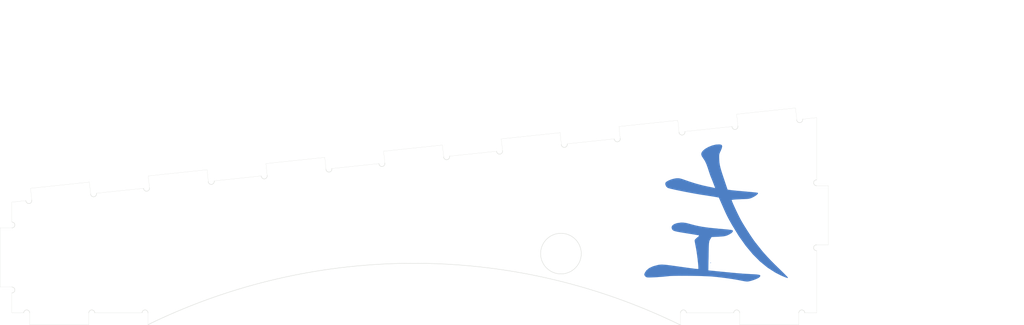
<source format=kicad_pcb>
(kicad_pcb (version 20171130) (host pcbnew 5.1.5+dfsg1-2build2)

  (general
    (thickness 1.6)
    (drawings 81)
    (tracks 0)
    (zones 0)
    (modules 1)
    (nets 1)
  )

  (page A4)
  (layers
    (0 F.Cu signal)
    (31 B.Cu signal)
    (32 B.Adhes user)
    (33 F.Adhes user)
    (34 B.Paste user)
    (35 F.Paste user)
    (36 B.SilkS user)
    (37 F.SilkS user)
    (38 B.Mask user)
    (39 F.Mask user)
    (40 Dwgs.User user)
    (41 Cmts.User user)
    (42 Eco1.User user)
    (43 Eco2.User user)
    (44 Edge.Cuts user)
    (45 Margin user)
    (46 B.CrtYd user)
    (47 F.CrtYd user)
    (48 B.Fab user)
    (49 F.Fab user)
  )

  (setup
    (last_trace_width 0.35)
    (trace_clearance 0.25)
    (zone_clearance 0.508)
    (zone_45_only no)
    (trace_min 0.3)
    (via_size 0.8)
    (via_drill 0.4)
    (via_min_size 0.5)
    (via_min_drill 0.4)
    (uvia_size 0.3)
    (uvia_drill 0.1)
    (uvias_allowed no)
    (uvia_min_size 0.2)
    (uvia_min_drill 0.1)
    (edge_width 0.05)
    (segment_width 0.2)
    (pcb_text_width 0.3)
    (pcb_text_size 1.5 1.5)
    (mod_edge_width 0.12)
    (mod_text_size 1 1)
    (mod_text_width 0.15)
    (pad_size 1.524 1.524)
    (pad_drill 0.762)
    (pad_to_mask_clearance 0.051)
    (solder_mask_min_width 0.25)
    (aux_axis_origin 0 0)
    (visible_elements FFFFFF7F)
    (pcbplotparams
      (layerselection 0x010fc_ffffffff)
      (usegerberextensions false)
      (usegerberattributes false)
      (usegerberadvancedattributes false)
      (creategerberjobfile false)
      (excludeedgelayer true)
      (linewidth 0.100000)
      (plotframeref false)
      (viasonmask false)
      (mode 1)
      (useauxorigin false)
      (hpglpennumber 1)
      (hpglpenspeed 20)
      (hpglpendiameter 15.000000)
      (psnegative false)
      (psa4output false)
      (plotreference true)
      (plotvalue true)
      (plotinvisibletext false)
      (padsonsilk false)
      (subtractmaskfromsilk false)
      (outputformat 1)
      (mirror false)
      (drillshape 1)
      (scaleselection 1)
      (outputdirectory ""))
  )

  (net 0 "")

  (net_class Default "This is the default net class."
    (clearance 0.25)
    (trace_width 0.35)
    (via_dia 0.8)
    (via_drill 0.4)
    (uvia_dia 0.3)
    (uvia_drill 0.1)
    (diff_pair_width 0.3)
    (diff_pair_gap 0.25)
  )

  (net_class Power ""
    (clearance 0.25)
    (trace_width 0.45)
    (via_dia 1)
    (via_drill 0.4)
    (uvia_dia 0.3)
    (uvia_drill 0.1)
    (diff_pair_width 0.3)
    (diff_pair_gap 0.25)
  )

  (module Digi:Left (layer B.Cu) (tedit 0) (tstamp 5F339285)
    (at 128.539 46.971 180)
    (fp_text reference "" (at 0 0) (layer B.SilkS)
      (effects (font (size 1.27 1.27) (thickness 0.15)) (justify mirror))
    )
    (fp_text value "" (at 0 0) (layer B.SilkS)
      (effects (font (size 1.27 1.27) (thickness 0.15)) (justify mirror))
    )
    (fp_poly (pts (xy 0 -6.223) (xy -0.042333 -6.265334) (xy -0.084666 -6.223) (xy -0.042333 -6.180667)
      (xy 0 -6.223)) (layer B.Cu) (width 0.01))
    (fp_poly (pts (xy -0.737427 9.777609) (xy -0.230953 9.650522) (xy 0.272761 9.447598) (xy 0.714897 9.19175)
      (xy 0.991839 8.956827) (xy 1.174453 8.712059) (xy 1.228642 8.479703) (xy 1.152452 8.22156)
      (xy 0.94393 7.899432) (xy 0.937321 7.890649) (xy 0.723847 7.558892) (xy 0.529153 7.144319)
      (xy 0.33537 6.607846) (xy 0.298679 6.493649) (xy 0.172578 6.10265) (xy 0.057265 5.758611)
      (xy -0.03371 5.501146) (xy -0.08351 5.376333) (xy -0.151235 5.219797) (xy -0.257898 4.954851)
      (xy -0.383366 4.631783) (xy -0.417242 4.542731) (xy -0.668759 3.878461) (xy -0.464532 3.929719)
      (xy -0.280831 3.970981) (xy 0.008231 4.030802) (xy 0.341581 4.096558) (xy 0.356681 4.099461)
      (xy 1.10743 4.267431) (xy 1.946188 4.495993) (xy 2.810861 4.767366) (xy 3.362639 4.960213)
      (xy 3.765578 5.101421) (xy 4.061306 5.185947) (xy 4.298509 5.223216) (xy 4.525871 5.222653)
      (xy 4.655913 5.21059) (xy 4.998258 5.145467) (xy 5.354516 5.034692) (xy 5.680396 4.89715)
      (xy 5.931603 4.75173) (xy 6.063845 4.617319) (xy 6.06757 4.608633) (xy 6.078559 4.372982)
      (xy 5.97567 4.126349) (xy 5.792079 3.941714) (xy 5.755364 3.921806) (xy 5.593381 3.868527)
      (xy 5.290931 3.791558) (xy 4.874377 3.696215) (xy 4.370084 3.587812) (xy 3.804415 3.471663)
      (xy 3.203734 3.353084) (xy 2.594405 3.23739) (xy 2.002791 3.129895) (xy 1.455256 3.035913)
      (xy 1.016 2.966385) (xy 0.540176 2.894034) (xy 0.073503 2.821051) (xy -0.332447 2.755625)
      (xy -0.626104 2.705943) (xy -0.64143 2.703212) (xy -1.15586 2.611054) (xy -1.607298 1.580693)
      (xy -1.853427 1.022264) (xy -2.053916 0.578389) (xy -2.229301 0.207753) (xy -2.40012 -0.130953)
      (xy -2.586911 -0.479044) (xy -2.810211 -0.877832) (xy -2.961322 -1.143) (xy -3.861545 -2.613807)
      (xy -4.786368 -3.919537) (xy -5.738532 -5.063029) (xy -6.720776 -6.047122) (xy -7.735842 -6.874657)
      (xy -8.786468 -7.548473) (xy -9.485371 -7.903366) (xy -9.923053 -8.09821) (xy -10.22637 -8.219278)
      (xy -10.410788 -8.271693) (xy -10.49177 -8.260581) (xy -10.498666 -8.239128) (xy -10.440116 -8.163099)
      (xy -10.275902 -7.987814) (xy -10.023179 -7.73059) (xy -9.699102 -7.408744) (xy -9.320824 -7.039593)
      (xy -9.088162 -6.815256) (xy -8.627564 -6.363111) (xy -8.159249 -5.885799) (xy -7.71457 -5.416539)
      (xy -7.324884 -4.988547) (xy -7.021546 -4.63504) (xy -6.970655 -4.572) (xy -6.692433 -4.222141)
      (xy -6.43834 -3.902597) (xy -6.234246 -3.645902) (xy -6.106021 -3.484592) (xy -6.095486 -3.471334)
      (xy -5.885811 -3.189021) (xy -5.614477 -2.796981) (xy -5.305002 -2.331837) (xy -4.980902 -1.830214)
      (xy -4.665694 -1.328734) (xy -4.382895 -0.864022) (xy -4.156023 -0.472703) (xy -4.077786 -0.329072)
      (xy -3.8928 0.030887) (xy -3.690398 0.441094) (xy -3.484345 0.87165) (xy -3.288405 1.292651)
      (xy -3.116343 1.674197) (xy -2.981923 1.986385) (xy -2.89891 2.199314) (xy -2.878666 2.275867)
      (xy -2.95835 2.304295) (xy -3.177514 2.332863) (xy -3.50633 2.358883) (xy -3.91497 2.379662)
      (xy -4.100807 2.386107) (xy -4.588101 2.402734) (xy -4.943236 2.422722) (xy -5.203362 2.452297)
      (xy -5.405631 2.49768) (xy -5.587191 2.565097) (xy -5.785193 2.660771) (xy -5.80695 2.671937)
      (xy -6.121546 2.855814) (xy -6.341718 3.0291) (xy -6.445446 3.171501) (xy -6.431672 3.247767)
      (xy -6.339107 3.266328) (xy -6.103761 3.295675) (xy -5.751648 3.333077) (xy -5.308779 3.3758)
      (xy -4.801166 3.421111) (xy -4.699 3.429833) (xy -4.157193 3.477099) (xy -3.651715 3.523694)
      (xy -3.214967 3.566437) (xy -2.879353 3.602146) (xy -2.677276 3.627643) (xy -2.667 3.629286)
      (xy -2.328333 3.685229) (xy -1.788947 5.292781) (xy -1.594685 5.880513) (xy -1.450465 6.342723)
      (xy -1.348112 6.712902) (xy -1.279451 7.024541) (xy -1.236307 7.31113) (xy -1.210508 7.60616)
      (xy -1.206046 7.680917) (xy -1.188977 8.062009) (xy -1.194112 8.328348) (xy -1.229621 8.533936)
      (xy -1.303675 8.73277) (xy -1.393124 8.91726) (xy -1.513831 9.197836) (xy -1.58559 9.448184)
      (xy -1.595025 9.57601) (xy -1.552885 9.705398) (xy -1.442267 9.772293) (xy -1.2149 9.80395)
      (xy -1.187843 9.805946) (xy -0.737427 9.777609)) (layer B.Cu) (width 0.01))
    (fp_poly (pts (xy 4.035848 -0.786119) (xy 4.520073 -0.860309) (xy 4.889923 -0.993301) (xy 5.133278 -1.173993)
      (xy 5.238016 -1.391285) (xy 5.192016 -1.634076) (xy 5.105383 -1.765643) (xy 5.031581 -1.834028)
      (xy 4.916446 -1.894303) (xy 4.736758 -1.952239) (xy 4.469299 -2.013609) (xy 4.090849 -2.084185)
      (xy 3.578187 -2.169738) (xy 3.302 -2.21395) (xy 2.787574 -2.296362) (xy 2.326552 -2.371594)
      (xy 1.946569 -2.435025) (xy 1.675255 -2.482036) (xy 1.540246 -2.508006) (xy 1.534465 -2.509503)
      (xy 1.521552 -2.572183) (xy 1.645684 -2.701877) (xy 1.767298 -2.795981) (xy 1.968533 -2.969097)
      (xy 2.094254 -3.12991) (xy 2.115555 -3.196698) (xy 2.098554 -3.341999) (xy 2.053981 -3.606641)
      (xy 1.989895 -3.944427) (xy 1.95543 -4.114805) (xy 1.89581 -4.43925) (xy 1.833327 -4.839254)
      (xy 1.771699 -5.282627) (xy 1.714645 -5.737179) (xy 1.665884 -6.170721) (xy 1.629133 -6.551063)
      (xy 1.608112 -6.846016) (xy 1.60654 -7.023391) (xy 1.615294 -7.05915) (xy 1.647752 -7.067989)
      (xy 1.727501 -7.067617) (xy 1.870065 -7.056101) (xy 2.090968 -7.031507) (xy 2.405734 -6.991905)
      (xy 2.829889 -6.93536) (xy 3.378957 -6.859941) (xy 4.068462 -6.763713) (xy 4.686602 -6.676794)
      (xy 5.307683 -6.590748) (xy 5.788615 -6.528719) (xy 6.156601 -6.488882) (xy 6.43884 -6.469411)
      (xy 6.662534 -6.468481) (xy 6.854884 -6.484266) (xy 7.043092 -6.51494) (xy 7.057268 -6.517686)
      (xy 7.739795 -6.700367) (xy 8.274449 -6.952171) (xy 8.658168 -7.27121) (xy 8.883095 -7.642685)
      (xy 8.926433 -7.836558) (xy 8.855898 -7.987764) (xy 8.79129 -8.057377) (xy 8.708656 -8.130524)
      (xy 8.613101 -8.17862) (xy 8.473023 -8.204774) (xy 8.256818 -8.212093) (xy 7.932883 -8.203686)
      (xy 7.501642 -8.184208) (xy 7.00002 -8.154779) (xy 6.479211 -8.115452) (xy 6.004373 -8.071612)
      (xy 5.672667 -8.033084) (xy 5.40248 -8.010597) (xy 4.991381 -7.99458) (xy 4.467655 -7.984765)
      (xy 3.85959 -7.980885) (xy 3.195472 -7.98267) (xy 2.503588 -7.989852) (xy 1.812223 -8.002163)
      (xy 1.149666 -8.019335) (xy 0.544201 -8.041099) (xy 0.024116 -8.067186) (xy -0.296333 -8.089714)
      (xy -0.92093 -8.150096) (xy -1.619692 -8.231309) (xy -2.336591 -8.325823) (xy -3.015601 -8.426109)
      (xy -3.600694 -8.524635) (xy -3.767666 -8.556275) (xy -4.226402 -8.646124) (xy -4.550306 -8.707392)
      (xy -4.770669 -8.744298) (xy -4.918786 -8.761064) (xy -5.025948 -8.76191) (xy -5.12345 -8.751059)
      (xy -5.164666 -8.744717) (xy -5.460645 -8.67749) (xy -5.812755 -8.568062) (xy -6.162465 -8.437822)
      (xy -6.451247 -8.308163) (xy -6.596049 -8.221578) (xy -6.732452 -8.067464) (xy -6.752055 -7.940673)
      (xy -6.696029 -7.88778) (xy -6.558671 -7.846155) (xy -6.317439 -7.812553) (xy -5.949793 -7.783733)
      (xy -5.490006 -7.759099) (xy -5.100543 -7.739267) (xy -4.712276 -7.715974) (xy -4.3023 -7.687276)
      (xy -3.847711 -7.651233) (xy -3.325602 -7.605902) (xy -2.71307 -7.54934) (xy -1.987208 -7.479606)
      (xy -1.125112 -7.394758) (xy -0.733077 -7.355761) (xy 0.269513 -7.2558) (xy 0.237725 -5.300067)
      (xy 0.226675 -4.671235) (xy 0.215046 -4.187995) (xy 0.200521 -3.826614) (xy 0.180783 -3.563357)
      (xy 0.153515 -3.374493) (xy 0.116401 -3.236288) (xy 0.067124 -3.12501) (xy 0.016976 -3.038761)
      (xy -0.171985 -2.733188) (xy -1.108939 -2.688778) (xy -1.5493 -2.662786) (xy -1.869354 -2.627131)
      (xy -2.118124 -2.571796) (xy -2.344635 -2.486767) (xy -2.52578 -2.399335) (xy -2.845784 -2.208392)
      (xy -3.008114 -2.040911) (xy -3.031841 -1.972869) (xy -3.041973 -1.911953) (xy -3.03908 -1.864747)
      (xy -3.003116 -1.827418) (xy -2.914034 -1.796133) (xy -2.751789 -1.767057) (xy -2.496334 -1.73636)
      (xy -2.127623 -1.700206) (xy -1.625609 -1.654762) (xy -1.143 -1.611691) (xy -0.295929 -1.530608)
      (xy 0.417047 -1.449207) (xy 1.031076 -1.361667) (xy 1.581309 -1.262165) (xy 2.102894 -1.144879)
      (xy 2.63098 -1.003986) (xy 2.772689 -0.963059) (xy 3.231543 -0.843438) (xy 3.602074 -0.785672)
      (xy 3.94968 -0.780599) (xy 4.035848 -0.786119)) (layer B.Cu) (width 0.01))
  )

  (gr_circle (center 108.341 51.951546) (end 105.591 52.001546) (layer Edge.Cuts) (width 0.05) (tstamp 5F336C25))
  (gr_text "Left Side\n" (at 81.796 29.217) (layer Cmts.User) (tstamp 5F33423B)
    (effects (font (size 5 5) (thickness 0.15)))
  )
  (gr_text "Right Keyboard" (at 142.556 20.797) (layer Cmts.User) (tstamp 5F33423B)
    (effects (font (size 5 5) (thickness 0.15)))
  )
  (gr_arc (start 68.225241 41.433665) (end 67.825241 41.433665) (angle -192) (layer Edge.Cuts) (width 0.05) (tstamp 5F333FC5))
  (gr_line (start 131.7066 59.9775) (end 125.3071 59.9775) (layer Edge.Cuts) (width 0.02) (tstamp 5F333FC4))
  (gr_line (start 132.0987 33.0697) (end 140.0541 32.2333) (layer Edge.Cuts) (width 0.02) (tstamp 5F333FC0))
  (gr_arc (start 142.9067 51.1598) (end 142.9067 50.7598) (angle -179.8484242) (layer Edge.Cuts) (width 0.05) (tstamp 5F333FBA))
  (gr_line (start 142.9067 59.9775) (end 141.3075 59.9775) (layer Edge.Cuts) (width 0.02) (tstamp 5F333FB7))
  (gr_line (start 140.5075 59.9775) (end 140.5075 61.5774) (layer Edge.Cuts) (width 0.02) (tstamp 5F333FB5))
  (gr_line (start 32.507 56.4773) (end 32.507 48.4777) (layer Edge.Cuts) (width 0.02) (tstamp 5F333FB1))
  (gr_arc (start 140.9075 59.9775) (end 141.3075 59.9775) (angle -180) (layer Edge.Cuts) (width 0.05) (tstamp 5F333FAF))
  (gr_line (start 60.4931 40.5952) (end 60.66 42.1869) (layer Edge.Cuts) (width 0.02) (tstamp 5F333FAA))
  (gr_arc (start 45.148 43.8584) (end 44.748 43.8584) (angle -192) (layer Edge.Cuts) (width 0.05) (tstamp 5F333F9A))
  (gr_line (start 36.624 43.1049) (end 44.581 42.2684) (layer Edge.Cuts) (width 0.02) (tstamp 5F333F94))
  (gr_line (start 34.108 59.9775) (end 34.106942 57.277299) (layer Edge.Cuts) (width 0.02) (tstamp 5F333F91))
  (gr_line (start 36.792 44.6952) (end 36.624 43.1049) (layer Edge.Cuts) (width 0.02) (tstamp 5F333F90))
  (gr_line (start 44.506 59.9775) (end 44.506 61.5774) (layer Edge.Cuts) (width 0.02) (tstamp 5F333F86))
  (gr_line (start 61.451259 42.103735) (end 67.825241 41.433665) (layer Edge.Cuts) (width 0.02) (tstamp 5F333F76))
  (gr_arc (start 132.1066 59.9775) (end 132.5066 59.9775) (angle -180) (layer Edge.Cuts) (width 0.05) (tstamp 5F333F6C))
  (gr_line (start 45.539259 43.775235) (end 51.913741 43.106565) (layer Edge.Cuts) (width 0.02) (tstamp 5F333F6A))
  (gr_arc (start 76.9734 40.5141) (end 76.5734 40.5141) (angle -192) (layer Edge.Cuts) (width 0.05) (tstamp 5F333F68))
  (gr_line (start 51.707 59.9775) (end 45.306 59.9775) (layer Edge.Cuts) (width 0.02) (tstamp 5F333F60))
  (gr_line (start 108.2296 35.578) (end 108.3979 37.1697) (layer Edge.Cuts) (width 0.02) (tstamp 5F333F5B))
  (gr_line (start 141.013559 33.740435) (end 142.9067 33.5425) (layer Edge.Cuts) (width 0.02) (tstamp 5F333F58))
  (gr_arc (start 140.6223 33.8236) (end 140.2223 33.8236) (angle -192) (layer Edge.Cuts) (width 0.05) (tstamp 5F333F57))
  (gr_arc (start 34.106942 56.877299) (end 34.106942 57.277299) (angle -179.8484242) (layer Edge.Cuts) (width 0.05) (tstamp 5F333F55))
  (gr_line (start 140.0541 32.2333) (end 140.2223 33.8236) (layer Edge.Cuts) (width 0.02) (tstamp 5F333F48))
  (gr_line (start 52.507 61.5774) (end 52.507 59.9775) (layer Edge.Cuts) (width 0.02) (tstamp 5F333F36))
  (gr_line (start 34.109058 47.677701) (end 34.108 44.9774) (layer Edge.Cuts) (width 0.02) (tstamp 5F333F2E))
  (gr_line (start 68.6165 41.3505) (end 68.45 39.7588) (layer Edge.Cuts) (width 0.02) (tstamp 5F333F28))
  (gr_line (start 35.707 59.9775) (end 34.108 59.9775) (layer Edge.Cuts) (width 0.02) (tstamp 5F333F23))
  (gr_line (start 32.507 48.4777) (end 34.108 48.4777) (layer Edge.Cuts) (width 0.02) (tstamp 5F333F22))
  (gr_arc (start 36.400741 44.778365) (end 36.000741 44.778365) (angle -192) (layer Edge.Cuts) (width 0.05) (tstamp 5F333F1D))
  (gr_line (start 92.3176 37.2509) (end 92.4855 38.8412) (layer Edge.Cuts) (width 0.02) (tstamp 5F333F1C))
  (gr_line (start 93.276759 38.758035) (end 99.649741 38.089365) (layer Edge.Cuts) (width 0.02) (tstamp 5F333F15))
  (gr_line (start 76.4052 38.9223) (end 76.5734 40.5141) (layer Edge.Cuts) (width 0.02) (tstamp 5F333F0A))
  (gr_line (start 116.3534 36.3329) (end 116.1865 34.7416) (layer Edge.Cuts) (width 0.02) (tstamp 5F333F09))
  (gr_line (start 100.2745 36.4144) (end 108.2296 35.578) (layer Edge.Cuts) (width 0.02) (tstamp 5F333F02))
  (gr_line (start 44.506 61.5774) (end 36.507 61.5774) (layer Edge.Cuts) (width 0.02) (tstamp 5F333EFE))
  (gr_line (start 125.101259 35.413335) (end 131.474241 34.743265) (layer Edge.Cuts) (width 0.02) (tstamp 5F333EFD))
  (gr_line (start 52.705 43.0234) (end 52.536 41.432) (layer Edge.Cuts) (width 0.02) (tstamp 5F333EF9))
  (gr_line (start 142.9067 33.5425) (end 142.907758 41.960201) (layer Edge.Cuts) (width 0.02) (tstamp 5F333EF7))
  (gr_arc (start 88.455999 135.126999) (end 52.507 61.5774) (angle 52.08105479) (layer Edge.Cuts) (width 0.05) (tstamp 5F333EF5))
  (gr_line (start 116.1865 34.7416) (end 124.1433 33.9051) (layer Edge.Cuts) (width 0.02) (tstamp 5F333EF4))
  (gr_line (start 142.9067 42.7602) (end 144.5066 42.7602) (layer Edge.Cuts) (width 0.02) (tstamp 5F333EF3))
  (gr_line (start 140.5075 61.5774) (end 132.5066 61.5774) (layer Edge.Cuts) (width 0.02) (tstamp 5F333EE2))
  (gr_arc (start 34.108 48.0777) (end 34.108 48.4777) (angle -179.8484242) (layer Edge.Cuts) (width 0.05) (tstamp 5F333EDE))
  (gr_line (start 132.5066 61.5774) (end 132.5066 59.9775) (layer Edge.Cuts) (width 0.02) (tstamp 5F333EC3))
  (gr_line (start 124.5071 59.9775) (end 124.5071 61.5774) (layer Edge.Cuts) (width 0.02) (tstamp 5F333EC1))
  (gr_line (start 142.9067 59.9775) (end 142.9067 59.9775) (layer Edge.Cuts) (width 0.02) (tstamp 5F333EBE))
  (gr_arc (start 44.906 59.9775) (end 45.306 59.9775) (angle -180) (layer Edge.Cuts) (width 0.05) (tstamp 5F333EBA))
  (gr_line (start 124.5071 61.5774) (end 124.385558 61.567902) (layer Edge.Cuts) (width 0.05) (tstamp 5F333EB9))
  (gr_line (start 84.3621 38.0859) (end 92.3176 37.2509) (layer Edge.Cuts) (width 0.02) (tstamp 5F333EA9))
  (gr_line (start 109.189159 37.086535) (end 115.562141 36.416065) (layer Edge.Cuts) (width 0.02) (tstamp 5F333E7E))
  (gr_line (start 77.364659 40.430935) (end 83.737641 39.760765) (layer Edge.Cuts) (width 0.02) (tstamp 5F333E78))
  (gr_line (start 144.5066 50.7598) (end 142.9067 50.7598) (layer Edge.Cuts) (width 0.02) (tstamp 5F333E67))
  (gr_line (start 144.5066 42.7602) (end 144.5066 50.7598) (layer Edge.Cuts) (width 0.02) (tstamp 5F333E3A))
  (gr_arc (start 36.107 59.9775) (end 36.507 59.9775) (angle -180) (layer Edge.Cuts) (width 0.05) (tstamp 5F333E38))
  (gr_arc (start 52.107 59.9775) (end 52.507 59.9775) (angle -180) (layer Edge.Cuts) (width 0.05) (tstamp 5F333E2E))
  (gr_arc (start 131.874241 34.743265) (end 131.474241 34.743265) (angle -192) (layer Edge.Cuts) (width 0.05) (tstamp 5F333E1F))
  (gr_arc (start 124.9071 59.9775) (end 125.3071 59.9775) (angle -180) (layer Edge.Cuts) (width 0.05) (tstamp 5F333E19))
  (gr_line (start 68.45 39.7588) (end 76.4052 38.9223) (layer Edge.Cuts) (width 0.02) (tstamp 5F333E13))
  (gr_arc (start 108.7979 37.1697) (end 108.3979 37.1697) (angle -192) (layer Edge.Cuts) (width 0.05) (tstamp 5F333E11))
  (gr_line (start 84.5289 39.6776) (end 84.3621 38.0859) (layer Edge.Cuts) (width 0.02) (tstamp 5F333DE9))
  (gr_line (start 124.1433 33.9051) (end 124.31 35.4965) (layer Edge.Cuts) (width 0.02) (tstamp 5F333DD6))
  (gr_arc (start 92.8855 38.8412) (end 92.4855 38.8412) (angle -192) (layer Edge.Cuts) (width 0.05) (tstamp 5F333DD1))
  (gr_line (start 52.536 41.432) (end 60.4931 40.5952) (layer Edge.Cuts) (width 0.02) (tstamp 5F333DC4))
  (gr_line (start 36.507 61.5774) (end 36.507 59.9775) (layer Edge.Cuts) (width 0.02) (tstamp 5F333DC3))
  (gr_arc (start 84.137641 39.760765) (end 83.737641 39.760765) (angle -192) (layer Edge.Cuts) (width 0.05) (tstamp 5F333DC2))
  (gr_arc (start 100.049741 38.089365) (end 99.649741 38.089365) (angle -192) (layer Edge.Cuts) (width 0.05) (tstamp 5F333DBF))
  (gr_arc (start 124.71 35.4965) (end 124.31 35.4965) (angle -192) (layer Edge.Cuts) (width 0.05) (tstamp 5F333DB4))
  (gr_line (start 132.2655 34.6601) (end 132.0987 33.0697) (layer Edge.Cuts) (width 0.02) (tstamp 5F333DB3))
  (gr_line (start 44.581 42.2684) (end 44.748 43.8584) (layer Edge.Cuts) (width 0.02) (tstamp 5F333DA6))
  (gr_arc (start 61.06 42.1869) (end 60.66 42.1869) (angle -192) (layer Edge.Cuts) (width 0.05) (tstamp 5F333D9D))
  (gr_arc (start 142.907758 42.360201) (end 142.907758 41.960201) (angle -179.8484242) (layer Edge.Cuts) (width 0.05) (tstamp 5F333D96))
  (gr_arc (start 52.313741 43.106565) (end 51.913741 43.106565) (angle -192) (layer Edge.Cuts) (width 0.05) (tstamp 5F333D95))
  (gr_line (start 34.108 44.9774) (end 36.000741 44.778365) (layer Edge.Cuts) (width 0.02) (tstamp 5F333D8F))
  (gr_line (start 100.441 38.0062) (end 100.2745 36.4144) (layer Edge.Cuts) (width 0.02) (tstamp 5F333D7E))
  (gr_line (start 34.108 56.4773) (end 32.507 56.4773) (layer Edge.Cuts) (width 0.02) (tstamp 5F333D6C))
  (gr_arc (start 115.962141 36.416065) (end 115.562141 36.416065) (angle -192) (layer Edge.Cuts) (width 0.05) (tstamp 5F333D6A))
  (gr_line (start 142.905642 51.559799) (end 142.9067 59.9775) (layer Edge.Cuts) (width 0.02) (tstamp 5F333D5D))

)

</source>
